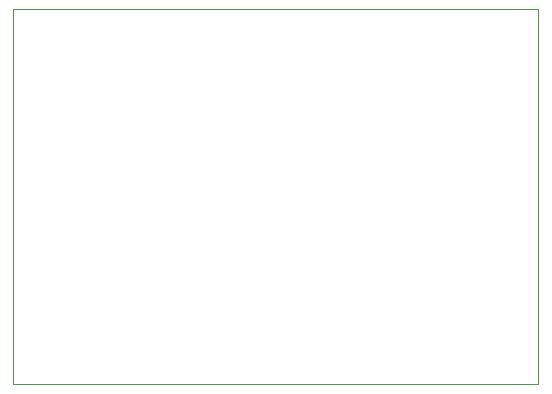
<source format=gm1>
G04 #@! TF.GenerationSoftware,KiCad,Pcbnew,(5.1.7)-1*
G04 #@! TF.CreationDate,2021-07-20T15:03:30-04:00*
G04 #@! TF.ProjectId,12-5_Volt_Regulator,31322d35-5f56-46f6-9c74-5f526567756c,rev?*
G04 #@! TF.SameCoordinates,Original*
G04 #@! TF.FileFunction,Profile,NP*
%FSLAX46Y46*%
G04 Gerber Fmt 4.6, Leading zero omitted, Abs format (unit mm)*
G04 Created by KiCad (PCBNEW (5.1.7)-1) date 2021-07-20 15:03:30*
%MOMM*%
%LPD*%
G01*
G04 APERTURE LIST*
G04 #@! TA.AperFunction,Profile*
%ADD10C,0.050000*%
G04 #@! TD*
G04 APERTURE END LIST*
D10*
X116459000Y-89408000D02*
X160909000Y-89408000D01*
X160909000Y-89408000D02*
X160909000Y-121158000D01*
X116459000Y-121158000D02*
X160909000Y-121158000D01*
X116459000Y-89408000D02*
X116459000Y-121158000D01*
M02*

</source>
